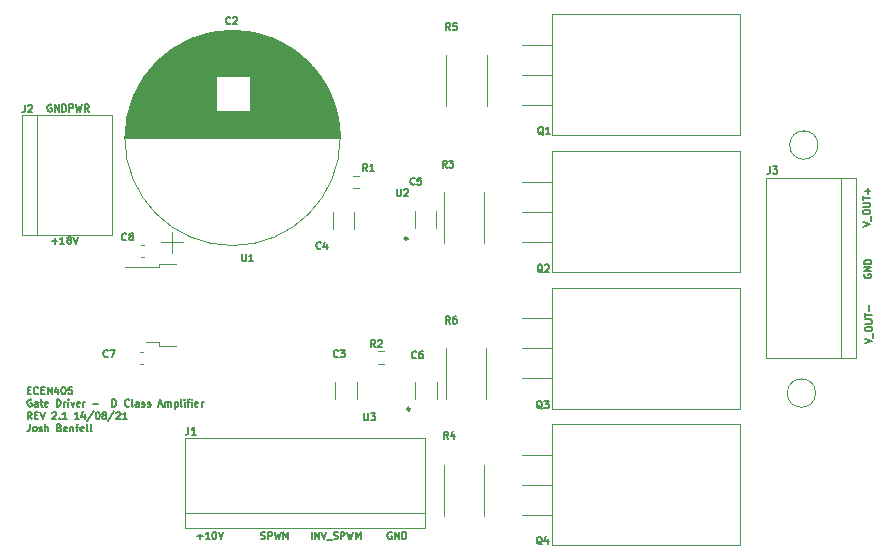
<source format=gto>
G04 #@! TF.GenerationSoftware,KiCad,Pcbnew,5.1.10*
G04 #@! TF.CreationDate,2021-08-16T10:51:44+12:00*
G04 #@! TF.ProjectId,GateStage,47617465-5374-4616-9765-2e6b69636164,rev?*
G04 #@! TF.SameCoordinates,Original*
G04 #@! TF.FileFunction,Legend,Top*
G04 #@! TF.FilePolarity,Positive*
%FSLAX46Y46*%
G04 Gerber Fmt 4.6, Leading zero omitted, Abs format (unit mm)*
G04 Created by KiCad (PCBNEW 5.1.10) date 2021-08-16 10:51:44*
%MOMM*%
%LPD*%
G01*
G04 APERTURE LIST*
%ADD10C,0.150000*%
%ADD11C,0.120000*%
%ADD12C,0.250000*%
%ADD13R,1.650000X2.600000*%
%ADD14R,0.850000X0.300000*%
%ADD15C,2.000000*%
%ADD16C,3.000000*%
%ADD17R,3.000000X3.000000*%
%ADD18C,5.500000*%
%ADD19C,2.400000*%
%ADD20R,2.400000X2.400000*%
%ADD21R,6.400000X5.800000*%
%ADD22R,2.200000X1.200000*%
%ADD23O,2.000000X1.905000*%
%ADD24R,2.000000X1.905000*%
%ADD25O,3.500000X3.500000*%
G04 APERTURE END LIST*
D10*
X115490357Y-61382142D02*
X115690357Y-61382142D01*
X115776071Y-61696428D02*
X115490357Y-61696428D01*
X115490357Y-61096428D01*
X115776071Y-61096428D01*
X116376071Y-61639285D02*
X116347500Y-61667857D01*
X116261785Y-61696428D01*
X116204642Y-61696428D01*
X116118928Y-61667857D01*
X116061785Y-61610714D01*
X116033214Y-61553571D01*
X116004642Y-61439285D01*
X116004642Y-61353571D01*
X116033214Y-61239285D01*
X116061785Y-61182142D01*
X116118928Y-61125000D01*
X116204642Y-61096428D01*
X116261785Y-61096428D01*
X116347500Y-61125000D01*
X116376071Y-61153571D01*
X116633214Y-61382142D02*
X116833214Y-61382142D01*
X116918928Y-61696428D02*
X116633214Y-61696428D01*
X116633214Y-61096428D01*
X116918928Y-61096428D01*
X117176071Y-61696428D02*
X117176071Y-61096428D01*
X117518928Y-61696428D01*
X117518928Y-61096428D01*
X118061785Y-61296428D02*
X118061785Y-61696428D01*
X117918928Y-61067857D02*
X117776071Y-61496428D01*
X118147500Y-61496428D01*
X118490357Y-61096428D02*
X118547500Y-61096428D01*
X118604642Y-61125000D01*
X118633214Y-61153571D01*
X118661785Y-61210714D01*
X118690357Y-61325000D01*
X118690357Y-61467857D01*
X118661785Y-61582142D01*
X118633214Y-61639285D01*
X118604642Y-61667857D01*
X118547500Y-61696428D01*
X118490357Y-61696428D01*
X118433214Y-61667857D01*
X118404642Y-61639285D01*
X118376071Y-61582142D01*
X118347500Y-61467857D01*
X118347500Y-61325000D01*
X118376071Y-61210714D01*
X118404642Y-61153571D01*
X118433214Y-61125000D01*
X118490357Y-61096428D01*
X119233214Y-61096428D02*
X118947500Y-61096428D01*
X118918928Y-61382142D01*
X118947500Y-61353571D01*
X119004642Y-61325000D01*
X119147500Y-61325000D01*
X119204642Y-61353571D01*
X119233214Y-61382142D01*
X119261785Y-61439285D01*
X119261785Y-61582142D01*
X119233214Y-61639285D01*
X119204642Y-61667857D01*
X119147500Y-61696428D01*
X119004642Y-61696428D01*
X118947500Y-61667857D01*
X118918928Y-61639285D01*
X115804642Y-62175000D02*
X115747500Y-62146428D01*
X115661785Y-62146428D01*
X115576071Y-62175000D01*
X115518928Y-62232142D01*
X115490357Y-62289285D01*
X115461785Y-62403571D01*
X115461785Y-62489285D01*
X115490357Y-62603571D01*
X115518928Y-62660714D01*
X115576071Y-62717857D01*
X115661785Y-62746428D01*
X115718928Y-62746428D01*
X115804642Y-62717857D01*
X115833214Y-62689285D01*
X115833214Y-62489285D01*
X115718928Y-62489285D01*
X116347500Y-62746428D02*
X116347500Y-62432142D01*
X116318928Y-62375000D01*
X116261785Y-62346428D01*
X116147500Y-62346428D01*
X116090357Y-62375000D01*
X116347500Y-62717857D02*
X116290357Y-62746428D01*
X116147500Y-62746428D01*
X116090357Y-62717857D01*
X116061785Y-62660714D01*
X116061785Y-62603571D01*
X116090357Y-62546428D01*
X116147500Y-62517857D01*
X116290357Y-62517857D01*
X116347500Y-62489285D01*
X116547500Y-62346428D02*
X116776071Y-62346428D01*
X116633214Y-62146428D02*
X116633214Y-62660714D01*
X116661785Y-62717857D01*
X116718928Y-62746428D01*
X116776071Y-62746428D01*
X117204642Y-62717857D02*
X117147500Y-62746428D01*
X117033214Y-62746428D01*
X116976071Y-62717857D01*
X116947500Y-62660714D01*
X116947500Y-62432142D01*
X116976071Y-62375000D01*
X117033214Y-62346428D01*
X117147500Y-62346428D01*
X117204642Y-62375000D01*
X117233214Y-62432142D01*
X117233214Y-62489285D01*
X116947500Y-62546428D01*
X117947500Y-62746428D02*
X117947500Y-62146428D01*
X118090357Y-62146428D01*
X118176071Y-62175000D01*
X118233214Y-62232142D01*
X118261785Y-62289285D01*
X118290357Y-62403571D01*
X118290357Y-62489285D01*
X118261785Y-62603571D01*
X118233214Y-62660714D01*
X118176071Y-62717857D01*
X118090357Y-62746428D01*
X117947500Y-62746428D01*
X118547500Y-62746428D02*
X118547500Y-62346428D01*
X118547500Y-62460714D02*
X118576071Y-62403571D01*
X118604642Y-62375000D01*
X118661785Y-62346428D01*
X118718928Y-62346428D01*
X118918928Y-62746428D02*
X118918928Y-62346428D01*
X118918928Y-62146428D02*
X118890357Y-62175000D01*
X118918928Y-62203571D01*
X118947500Y-62175000D01*
X118918928Y-62146428D01*
X118918928Y-62203571D01*
X119147500Y-62346428D02*
X119290357Y-62746428D01*
X119433214Y-62346428D01*
X119890357Y-62717857D02*
X119833214Y-62746428D01*
X119718928Y-62746428D01*
X119661785Y-62717857D01*
X119633214Y-62660714D01*
X119633214Y-62432142D01*
X119661785Y-62375000D01*
X119718928Y-62346428D01*
X119833214Y-62346428D01*
X119890357Y-62375000D01*
X119918928Y-62432142D01*
X119918928Y-62489285D01*
X119633214Y-62546428D01*
X120176071Y-62746428D02*
X120176071Y-62346428D01*
X120176071Y-62460714D02*
X120204642Y-62403571D01*
X120233214Y-62375000D01*
X120290357Y-62346428D01*
X120347500Y-62346428D01*
X121004642Y-62517857D02*
X121461785Y-62517857D01*
X122661785Y-62746428D02*
X122661785Y-62146428D01*
X122804642Y-62146428D01*
X122890357Y-62175000D01*
X122947500Y-62232142D01*
X122976071Y-62289285D01*
X123004642Y-62403571D01*
X123004642Y-62489285D01*
X122976071Y-62603571D01*
X122947500Y-62660714D01*
X122890357Y-62717857D01*
X122804642Y-62746428D01*
X122661785Y-62746428D01*
X124061785Y-62689285D02*
X124033214Y-62717857D01*
X123947500Y-62746428D01*
X123890357Y-62746428D01*
X123804642Y-62717857D01*
X123747500Y-62660714D01*
X123718928Y-62603571D01*
X123690357Y-62489285D01*
X123690357Y-62403571D01*
X123718928Y-62289285D01*
X123747500Y-62232142D01*
X123804642Y-62175000D01*
X123890357Y-62146428D01*
X123947500Y-62146428D01*
X124033214Y-62175000D01*
X124061785Y-62203571D01*
X124404642Y-62746428D02*
X124347500Y-62717857D01*
X124318928Y-62660714D01*
X124318928Y-62146428D01*
X124890357Y-62746428D02*
X124890357Y-62432142D01*
X124861785Y-62375000D01*
X124804642Y-62346428D01*
X124690357Y-62346428D01*
X124633214Y-62375000D01*
X124890357Y-62717857D02*
X124833214Y-62746428D01*
X124690357Y-62746428D01*
X124633214Y-62717857D01*
X124604642Y-62660714D01*
X124604642Y-62603571D01*
X124633214Y-62546428D01*
X124690357Y-62517857D01*
X124833214Y-62517857D01*
X124890357Y-62489285D01*
X125147500Y-62717857D02*
X125204642Y-62746428D01*
X125318928Y-62746428D01*
X125376071Y-62717857D01*
X125404642Y-62660714D01*
X125404642Y-62632142D01*
X125376071Y-62575000D01*
X125318928Y-62546428D01*
X125233214Y-62546428D01*
X125176071Y-62517857D01*
X125147500Y-62460714D01*
X125147500Y-62432142D01*
X125176071Y-62375000D01*
X125233214Y-62346428D01*
X125318928Y-62346428D01*
X125376071Y-62375000D01*
X125633214Y-62717857D02*
X125690357Y-62746428D01*
X125804642Y-62746428D01*
X125861785Y-62717857D01*
X125890357Y-62660714D01*
X125890357Y-62632142D01*
X125861785Y-62575000D01*
X125804642Y-62546428D01*
X125718928Y-62546428D01*
X125661785Y-62517857D01*
X125633214Y-62460714D01*
X125633214Y-62432142D01*
X125661785Y-62375000D01*
X125718928Y-62346428D01*
X125804642Y-62346428D01*
X125861785Y-62375000D01*
X126576071Y-62575000D02*
X126861785Y-62575000D01*
X126518928Y-62746428D02*
X126718928Y-62146428D01*
X126918928Y-62746428D01*
X127118928Y-62746428D02*
X127118928Y-62346428D01*
X127118928Y-62403571D02*
X127147500Y-62375000D01*
X127204642Y-62346428D01*
X127290357Y-62346428D01*
X127347500Y-62375000D01*
X127376071Y-62432142D01*
X127376071Y-62746428D01*
X127376071Y-62432142D02*
X127404642Y-62375000D01*
X127461785Y-62346428D01*
X127547500Y-62346428D01*
X127604642Y-62375000D01*
X127633214Y-62432142D01*
X127633214Y-62746428D01*
X127918928Y-62346428D02*
X127918928Y-62946428D01*
X127918928Y-62375000D02*
X127976071Y-62346428D01*
X128090357Y-62346428D01*
X128147500Y-62375000D01*
X128176071Y-62403571D01*
X128204642Y-62460714D01*
X128204642Y-62632142D01*
X128176071Y-62689285D01*
X128147500Y-62717857D01*
X128090357Y-62746428D01*
X127976071Y-62746428D01*
X127918928Y-62717857D01*
X128547500Y-62746428D02*
X128490357Y-62717857D01*
X128461785Y-62660714D01*
X128461785Y-62146428D01*
X128776071Y-62746428D02*
X128776071Y-62346428D01*
X128776071Y-62146428D02*
X128747500Y-62175000D01*
X128776071Y-62203571D01*
X128804642Y-62175000D01*
X128776071Y-62146428D01*
X128776071Y-62203571D01*
X128976071Y-62346428D02*
X129204642Y-62346428D01*
X129061785Y-62746428D02*
X129061785Y-62232142D01*
X129090357Y-62175000D01*
X129147500Y-62146428D01*
X129204642Y-62146428D01*
X129404642Y-62746428D02*
X129404642Y-62346428D01*
X129404642Y-62146428D02*
X129376071Y-62175000D01*
X129404642Y-62203571D01*
X129433214Y-62175000D01*
X129404642Y-62146428D01*
X129404642Y-62203571D01*
X129918928Y-62717857D02*
X129861785Y-62746428D01*
X129747500Y-62746428D01*
X129690357Y-62717857D01*
X129661785Y-62660714D01*
X129661785Y-62432142D01*
X129690357Y-62375000D01*
X129747500Y-62346428D01*
X129861785Y-62346428D01*
X129918928Y-62375000D01*
X129947500Y-62432142D01*
X129947500Y-62489285D01*
X129661785Y-62546428D01*
X130204642Y-62746428D02*
X130204642Y-62346428D01*
X130204642Y-62460714D02*
X130233214Y-62403571D01*
X130261785Y-62375000D01*
X130318928Y-62346428D01*
X130376071Y-62346428D01*
X115833214Y-63796428D02*
X115633214Y-63510714D01*
X115490357Y-63796428D02*
X115490357Y-63196428D01*
X115718928Y-63196428D01*
X115776071Y-63225000D01*
X115804642Y-63253571D01*
X115833214Y-63310714D01*
X115833214Y-63396428D01*
X115804642Y-63453571D01*
X115776071Y-63482142D01*
X115718928Y-63510714D01*
X115490357Y-63510714D01*
X116090357Y-63482142D02*
X116290357Y-63482142D01*
X116376071Y-63796428D02*
X116090357Y-63796428D01*
X116090357Y-63196428D01*
X116376071Y-63196428D01*
X116547500Y-63196428D02*
X116747500Y-63796428D01*
X116947500Y-63196428D01*
X117576071Y-63253571D02*
X117604642Y-63225000D01*
X117661785Y-63196428D01*
X117804642Y-63196428D01*
X117861785Y-63225000D01*
X117890357Y-63253571D01*
X117918928Y-63310714D01*
X117918928Y-63367857D01*
X117890357Y-63453571D01*
X117547500Y-63796428D01*
X117918928Y-63796428D01*
X118176071Y-63739285D02*
X118204642Y-63767857D01*
X118176071Y-63796428D01*
X118147500Y-63767857D01*
X118176071Y-63739285D01*
X118176071Y-63796428D01*
X118776071Y-63796428D02*
X118433214Y-63796428D01*
X118604642Y-63796428D02*
X118604642Y-63196428D01*
X118547500Y-63282142D01*
X118490357Y-63339285D01*
X118433214Y-63367857D01*
X119804642Y-63796428D02*
X119461785Y-63796428D01*
X119633214Y-63796428D02*
X119633214Y-63196428D01*
X119576071Y-63282142D01*
X119518928Y-63339285D01*
X119461785Y-63367857D01*
X120318928Y-63396428D02*
X120318928Y-63796428D01*
X120176071Y-63167857D02*
X120033214Y-63596428D01*
X120404642Y-63596428D01*
X121061785Y-63167857D02*
X120547500Y-63939285D01*
X121376071Y-63196428D02*
X121433214Y-63196428D01*
X121490357Y-63225000D01*
X121518928Y-63253571D01*
X121547500Y-63310714D01*
X121576071Y-63425000D01*
X121576071Y-63567857D01*
X121547500Y-63682142D01*
X121518928Y-63739285D01*
X121490357Y-63767857D01*
X121433214Y-63796428D01*
X121376071Y-63796428D01*
X121318928Y-63767857D01*
X121290357Y-63739285D01*
X121261785Y-63682142D01*
X121233214Y-63567857D01*
X121233214Y-63425000D01*
X121261785Y-63310714D01*
X121290357Y-63253571D01*
X121318928Y-63225000D01*
X121376071Y-63196428D01*
X121918928Y-63453571D02*
X121861785Y-63425000D01*
X121833214Y-63396428D01*
X121804642Y-63339285D01*
X121804642Y-63310714D01*
X121833214Y-63253571D01*
X121861785Y-63225000D01*
X121918928Y-63196428D01*
X122033214Y-63196428D01*
X122090357Y-63225000D01*
X122118928Y-63253571D01*
X122147500Y-63310714D01*
X122147500Y-63339285D01*
X122118928Y-63396428D01*
X122090357Y-63425000D01*
X122033214Y-63453571D01*
X121918928Y-63453571D01*
X121861785Y-63482142D01*
X121833214Y-63510714D01*
X121804642Y-63567857D01*
X121804642Y-63682142D01*
X121833214Y-63739285D01*
X121861785Y-63767857D01*
X121918928Y-63796428D01*
X122033214Y-63796428D01*
X122090357Y-63767857D01*
X122118928Y-63739285D01*
X122147500Y-63682142D01*
X122147500Y-63567857D01*
X122118928Y-63510714D01*
X122090357Y-63482142D01*
X122033214Y-63453571D01*
X122833214Y-63167857D02*
X122318928Y-63939285D01*
X123004642Y-63253571D02*
X123033214Y-63225000D01*
X123090357Y-63196428D01*
X123233214Y-63196428D01*
X123290357Y-63225000D01*
X123318928Y-63253571D01*
X123347500Y-63310714D01*
X123347500Y-63367857D01*
X123318928Y-63453571D01*
X122976071Y-63796428D01*
X123347500Y-63796428D01*
X123918928Y-63796428D02*
X123576071Y-63796428D01*
X123747500Y-63796428D02*
X123747500Y-63196428D01*
X123690357Y-63282142D01*
X123633214Y-63339285D01*
X123576071Y-63367857D01*
X115661785Y-64246428D02*
X115661785Y-64675000D01*
X115633214Y-64760714D01*
X115576071Y-64817857D01*
X115490357Y-64846428D01*
X115433214Y-64846428D01*
X116033214Y-64846428D02*
X115976071Y-64817857D01*
X115947500Y-64789285D01*
X115918928Y-64732142D01*
X115918928Y-64560714D01*
X115947500Y-64503571D01*
X115976071Y-64475000D01*
X116033214Y-64446428D01*
X116118928Y-64446428D01*
X116176071Y-64475000D01*
X116204642Y-64503571D01*
X116233214Y-64560714D01*
X116233214Y-64732142D01*
X116204642Y-64789285D01*
X116176071Y-64817857D01*
X116118928Y-64846428D01*
X116033214Y-64846428D01*
X116461785Y-64817857D02*
X116518928Y-64846428D01*
X116633214Y-64846428D01*
X116690357Y-64817857D01*
X116718928Y-64760714D01*
X116718928Y-64732142D01*
X116690357Y-64675000D01*
X116633214Y-64646428D01*
X116547500Y-64646428D01*
X116490357Y-64617857D01*
X116461785Y-64560714D01*
X116461785Y-64532142D01*
X116490357Y-64475000D01*
X116547500Y-64446428D01*
X116633214Y-64446428D01*
X116690357Y-64475000D01*
X116976071Y-64846428D02*
X116976071Y-64246428D01*
X117233214Y-64846428D02*
X117233214Y-64532142D01*
X117204642Y-64475000D01*
X117147500Y-64446428D01*
X117061785Y-64446428D01*
X117004642Y-64475000D01*
X116976071Y-64503571D01*
X118176071Y-64532142D02*
X118261785Y-64560714D01*
X118290357Y-64589285D01*
X118318928Y-64646428D01*
X118318928Y-64732142D01*
X118290357Y-64789285D01*
X118261785Y-64817857D01*
X118204642Y-64846428D01*
X117976071Y-64846428D01*
X117976071Y-64246428D01*
X118176071Y-64246428D01*
X118233214Y-64275000D01*
X118261785Y-64303571D01*
X118290357Y-64360714D01*
X118290357Y-64417857D01*
X118261785Y-64475000D01*
X118233214Y-64503571D01*
X118176071Y-64532142D01*
X117976071Y-64532142D01*
X118804642Y-64817857D02*
X118747500Y-64846428D01*
X118633214Y-64846428D01*
X118576071Y-64817857D01*
X118547500Y-64760714D01*
X118547500Y-64532142D01*
X118576071Y-64475000D01*
X118633214Y-64446428D01*
X118747500Y-64446428D01*
X118804642Y-64475000D01*
X118833214Y-64532142D01*
X118833214Y-64589285D01*
X118547500Y-64646428D01*
X119090357Y-64446428D02*
X119090357Y-64846428D01*
X119090357Y-64503571D02*
X119118928Y-64475000D01*
X119176071Y-64446428D01*
X119261785Y-64446428D01*
X119318928Y-64475000D01*
X119347500Y-64532142D01*
X119347500Y-64846428D01*
X119547500Y-64446428D02*
X119776071Y-64446428D01*
X119633214Y-64846428D02*
X119633214Y-64332142D01*
X119661785Y-64275000D01*
X119718928Y-64246428D01*
X119776071Y-64246428D01*
X120204642Y-64817857D02*
X120147500Y-64846428D01*
X120033214Y-64846428D01*
X119976071Y-64817857D01*
X119947500Y-64760714D01*
X119947500Y-64532142D01*
X119976071Y-64475000D01*
X120033214Y-64446428D01*
X120147500Y-64446428D01*
X120204642Y-64475000D01*
X120233214Y-64532142D01*
X120233214Y-64589285D01*
X119947500Y-64646428D01*
X120576071Y-64846428D02*
X120518928Y-64817857D01*
X120490357Y-64760714D01*
X120490357Y-64246428D01*
X120890357Y-64846428D02*
X120833214Y-64817857D01*
X120804642Y-64760714D01*
X120804642Y-64246428D01*
X117542857Y-48742857D02*
X118000000Y-48742857D01*
X117771428Y-48971428D02*
X117771428Y-48514285D01*
X118600000Y-48971428D02*
X118257142Y-48971428D01*
X118428571Y-48971428D02*
X118428571Y-48371428D01*
X118371428Y-48457142D01*
X118314285Y-48514285D01*
X118257142Y-48542857D01*
X118942857Y-48628571D02*
X118885714Y-48600000D01*
X118857142Y-48571428D01*
X118828571Y-48514285D01*
X118828571Y-48485714D01*
X118857142Y-48428571D01*
X118885714Y-48400000D01*
X118942857Y-48371428D01*
X119057142Y-48371428D01*
X119114285Y-48400000D01*
X119142857Y-48428571D01*
X119171428Y-48485714D01*
X119171428Y-48514285D01*
X119142857Y-48571428D01*
X119114285Y-48600000D01*
X119057142Y-48628571D01*
X118942857Y-48628571D01*
X118885714Y-48657142D01*
X118857142Y-48685714D01*
X118828571Y-48742857D01*
X118828571Y-48857142D01*
X118857142Y-48914285D01*
X118885714Y-48942857D01*
X118942857Y-48971428D01*
X119057142Y-48971428D01*
X119114285Y-48942857D01*
X119142857Y-48914285D01*
X119171428Y-48857142D01*
X119171428Y-48742857D01*
X119142857Y-48685714D01*
X119114285Y-48657142D01*
X119057142Y-48628571D01*
X119342857Y-48371428D02*
X119542857Y-48971428D01*
X119742857Y-48371428D01*
X117500000Y-37200000D02*
X117442857Y-37171428D01*
X117357142Y-37171428D01*
X117271428Y-37200000D01*
X117214285Y-37257142D01*
X117185714Y-37314285D01*
X117157142Y-37428571D01*
X117157142Y-37514285D01*
X117185714Y-37628571D01*
X117214285Y-37685714D01*
X117271428Y-37742857D01*
X117357142Y-37771428D01*
X117414285Y-37771428D01*
X117500000Y-37742857D01*
X117528571Y-37714285D01*
X117528571Y-37514285D01*
X117414285Y-37514285D01*
X117785714Y-37771428D02*
X117785714Y-37171428D01*
X118128571Y-37771428D01*
X118128571Y-37171428D01*
X118414285Y-37771428D02*
X118414285Y-37171428D01*
X118557142Y-37171428D01*
X118642857Y-37200000D01*
X118700000Y-37257142D01*
X118728571Y-37314285D01*
X118757142Y-37428571D01*
X118757142Y-37514285D01*
X118728571Y-37628571D01*
X118700000Y-37685714D01*
X118642857Y-37742857D01*
X118557142Y-37771428D01*
X118414285Y-37771428D01*
X119014285Y-37771428D02*
X119014285Y-37171428D01*
X119242857Y-37171428D01*
X119300000Y-37200000D01*
X119328571Y-37228571D01*
X119357142Y-37285714D01*
X119357142Y-37371428D01*
X119328571Y-37428571D01*
X119300000Y-37457142D01*
X119242857Y-37485714D01*
X119014285Y-37485714D01*
X119557142Y-37171428D02*
X119700000Y-37771428D01*
X119814285Y-37342857D01*
X119928571Y-37771428D01*
X120071428Y-37171428D01*
X120642857Y-37771428D02*
X120442857Y-37485714D01*
X120300000Y-37771428D02*
X120300000Y-37171428D01*
X120528571Y-37171428D01*
X120585714Y-37200000D01*
X120614285Y-37228571D01*
X120642857Y-37285714D01*
X120642857Y-37371428D01*
X120614285Y-37428571D01*
X120585714Y-37457142D01*
X120528571Y-37485714D01*
X120300000Y-37485714D01*
X186221428Y-47507142D02*
X186821428Y-47307142D01*
X186221428Y-47107142D01*
X186878571Y-47050000D02*
X186878571Y-46592857D01*
X186221428Y-46335714D02*
X186221428Y-46221428D01*
X186250000Y-46164285D01*
X186307142Y-46107142D01*
X186421428Y-46078571D01*
X186621428Y-46078571D01*
X186735714Y-46107142D01*
X186792857Y-46164285D01*
X186821428Y-46221428D01*
X186821428Y-46335714D01*
X186792857Y-46392857D01*
X186735714Y-46450000D01*
X186621428Y-46478571D01*
X186421428Y-46478571D01*
X186307142Y-46450000D01*
X186250000Y-46392857D01*
X186221428Y-46335714D01*
X186221428Y-45821428D02*
X186707142Y-45821428D01*
X186764285Y-45792857D01*
X186792857Y-45764285D01*
X186821428Y-45707142D01*
X186821428Y-45592857D01*
X186792857Y-45535714D01*
X186764285Y-45507142D01*
X186707142Y-45478571D01*
X186221428Y-45478571D01*
X186221428Y-45278571D02*
X186221428Y-44935714D01*
X186821428Y-45107142D02*
X186221428Y-45107142D01*
X186592857Y-44735714D02*
X186592857Y-44278571D01*
X186821428Y-44507142D02*
X186364285Y-44507142D01*
X186371428Y-57407142D02*
X186971428Y-57207142D01*
X186371428Y-57007142D01*
X187028571Y-56950000D02*
X187028571Y-56492857D01*
X186371428Y-56235714D02*
X186371428Y-56121428D01*
X186400000Y-56064285D01*
X186457142Y-56007142D01*
X186571428Y-55978571D01*
X186771428Y-55978571D01*
X186885714Y-56007142D01*
X186942857Y-56064285D01*
X186971428Y-56121428D01*
X186971428Y-56235714D01*
X186942857Y-56292857D01*
X186885714Y-56350000D01*
X186771428Y-56378571D01*
X186571428Y-56378571D01*
X186457142Y-56350000D01*
X186400000Y-56292857D01*
X186371428Y-56235714D01*
X186371428Y-55721428D02*
X186857142Y-55721428D01*
X186914285Y-55692857D01*
X186942857Y-55664285D01*
X186971428Y-55607142D01*
X186971428Y-55492857D01*
X186942857Y-55435714D01*
X186914285Y-55407142D01*
X186857142Y-55378571D01*
X186371428Y-55378571D01*
X186371428Y-55178571D02*
X186371428Y-54835714D01*
X186971428Y-55007142D02*
X186371428Y-55007142D01*
X186742857Y-54635714D02*
X186742857Y-54178571D01*
X186350000Y-51557142D02*
X186321428Y-51614285D01*
X186321428Y-51700000D01*
X186350000Y-51785714D01*
X186407142Y-51842857D01*
X186464285Y-51871428D01*
X186578571Y-51900000D01*
X186664285Y-51900000D01*
X186778571Y-51871428D01*
X186835714Y-51842857D01*
X186892857Y-51785714D01*
X186921428Y-51700000D01*
X186921428Y-51642857D01*
X186892857Y-51557142D01*
X186864285Y-51528571D01*
X186664285Y-51528571D01*
X186664285Y-51642857D01*
X186921428Y-51271428D02*
X186321428Y-51271428D01*
X186921428Y-50928571D01*
X186321428Y-50928571D01*
X186921428Y-50642857D02*
X186321428Y-50642857D01*
X186321428Y-50500000D01*
X186350000Y-50414285D01*
X186407142Y-50357142D01*
X186464285Y-50328571D01*
X186578571Y-50300000D01*
X186664285Y-50300000D01*
X186778571Y-50328571D01*
X186835714Y-50357142D01*
X186892857Y-50414285D01*
X186921428Y-50500000D01*
X186921428Y-50642857D01*
X146292857Y-73400000D02*
X146235714Y-73371428D01*
X146150000Y-73371428D01*
X146064285Y-73400000D01*
X146007142Y-73457142D01*
X145978571Y-73514285D01*
X145950000Y-73628571D01*
X145950000Y-73714285D01*
X145978571Y-73828571D01*
X146007142Y-73885714D01*
X146064285Y-73942857D01*
X146150000Y-73971428D01*
X146207142Y-73971428D01*
X146292857Y-73942857D01*
X146321428Y-73914285D01*
X146321428Y-73714285D01*
X146207142Y-73714285D01*
X146578571Y-73971428D02*
X146578571Y-73371428D01*
X146921428Y-73971428D01*
X146921428Y-73371428D01*
X147207142Y-73971428D02*
X147207142Y-73371428D01*
X147350000Y-73371428D01*
X147435714Y-73400000D01*
X147492857Y-73457142D01*
X147521428Y-73514285D01*
X147550000Y-73628571D01*
X147550000Y-73714285D01*
X147521428Y-73828571D01*
X147492857Y-73885714D01*
X147435714Y-73942857D01*
X147350000Y-73971428D01*
X147207142Y-73971428D01*
X139528571Y-73971428D02*
X139528571Y-73371428D01*
X139814285Y-73971428D02*
X139814285Y-73371428D01*
X140157142Y-73971428D01*
X140157142Y-73371428D01*
X140357142Y-73371428D02*
X140557142Y-73971428D01*
X140757142Y-73371428D01*
X140814285Y-74028571D02*
X141271428Y-74028571D01*
X141385714Y-73942857D02*
X141471428Y-73971428D01*
X141614285Y-73971428D01*
X141671428Y-73942857D01*
X141700000Y-73914285D01*
X141728571Y-73857142D01*
X141728571Y-73800000D01*
X141700000Y-73742857D01*
X141671428Y-73714285D01*
X141614285Y-73685714D01*
X141500000Y-73657142D01*
X141442857Y-73628571D01*
X141414285Y-73600000D01*
X141385714Y-73542857D01*
X141385714Y-73485714D01*
X141414285Y-73428571D01*
X141442857Y-73400000D01*
X141500000Y-73371428D01*
X141642857Y-73371428D01*
X141728571Y-73400000D01*
X141985714Y-73971428D02*
X141985714Y-73371428D01*
X142214285Y-73371428D01*
X142271428Y-73400000D01*
X142300000Y-73428571D01*
X142328571Y-73485714D01*
X142328571Y-73571428D01*
X142300000Y-73628571D01*
X142271428Y-73657142D01*
X142214285Y-73685714D01*
X141985714Y-73685714D01*
X142528571Y-73371428D02*
X142671428Y-73971428D01*
X142785714Y-73542857D01*
X142900000Y-73971428D01*
X143042857Y-73371428D01*
X143271428Y-73971428D02*
X143271428Y-73371428D01*
X143471428Y-73800000D01*
X143671428Y-73371428D01*
X143671428Y-73971428D01*
X135242857Y-73942857D02*
X135328571Y-73971428D01*
X135471428Y-73971428D01*
X135528571Y-73942857D01*
X135557142Y-73914285D01*
X135585714Y-73857142D01*
X135585714Y-73800000D01*
X135557142Y-73742857D01*
X135528571Y-73714285D01*
X135471428Y-73685714D01*
X135357142Y-73657142D01*
X135300000Y-73628571D01*
X135271428Y-73600000D01*
X135242857Y-73542857D01*
X135242857Y-73485714D01*
X135271428Y-73428571D01*
X135300000Y-73400000D01*
X135357142Y-73371428D01*
X135500000Y-73371428D01*
X135585714Y-73400000D01*
X135842857Y-73971428D02*
X135842857Y-73371428D01*
X136071428Y-73371428D01*
X136128571Y-73400000D01*
X136157142Y-73428571D01*
X136185714Y-73485714D01*
X136185714Y-73571428D01*
X136157142Y-73628571D01*
X136128571Y-73657142D01*
X136071428Y-73685714D01*
X135842857Y-73685714D01*
X136385714Y-73371428D02*
X136528571Y-73971428D01*
X136642857Y-73542857D01*
X136757142Y-73971428D01*
X136900000Y-73371428D01*
X137128571Y-73971428D02*
X137128571Y-73371428D01*
X137328571Y-73800000D01*
X137528571Y-73371428D01*
X137528571Y-73971428D01*
X129842857Y-73742857D02*
X130300000Y-73742857D01*
X130071428Y-73971428D02*
X130071428Y-73514285D01*
X130900000Y-73971428D02*
X130557142Y-73971428D01*
X130728571Y-73971428D02*
X130728571Y-73371428D01*
X130671428Y-73457142D01*
X130614285Y-73514285D01*
X130557142Y-73542857D01*
X131271428Y-73371428D02*
X131328571Y-73371428D01*
X131385714Y-73400000D01*
X131414285Y-73428571D01*
X131442857Y-73485714D01*
X131471428Y-73600000D01*
X131471428Y-73742857D01*
X131442857Y-73857142D01*
X131414285Y-73914285D01*
X131385714Y-73942857D01*
X131328571Y-73971428D01*
X131271428Y-73971428D01*
X131214285Y-73942857D01*
X131185714Y-73914285D01*
X131157142Y-73857142D01*
X131128571Y-73742857D01*
X131128571Y-73600000D01*
X131157142Y-73485714D01*
X131185714Y-73428571D01*
X131214285Y-73400000D01*
X131271428Y-73371428D01*
X131642857Y-73371428D02*
X131842857Y-73971428D01*
X132042857Y-73371428D01*
D11*
X150063000Y-46173748D02*
X150063000Y-47596252D01*
X148243000Y-46173748D02*
X148243000Y-47596252D01*
D12*
X147878000Y-62960000D02*
G75*
G03*
X147878000Y-62960000I-125000J0D01*
G01*
X147653000Y-48535000D02*
G75*
G03*
X147653000Y-48535000I-125000J0D01*
G01*
D11*
X182200000Y-61610000D02*
G75*
G03*
X182200000Y-61610000I-1200000J0D01*
G01*
X182400000Y-40610000D02*
G75*
G03*
X182400000Y-40610000I-1200000J0D01*
G01*
X154310000Y-57772936D02*
X154310000Y-62127064D01*
X150890000Y-57772936D02*
X150890000Y-62127064D01*
X154338000Y-32982936D02*
X154338000Y-37337064D01*
X150918000Y-32982936D02*
X150918000Y-37337064D01*
X154138000Y-67682936D02*
X154138000Y-72037064D01*
X150718000Y-67682936D02*
X150718000Y-72037064D01*
X154138000Y-44582936D02*
X154138000Y-48937064D01*
X150718000Y-44582936D02*
X150718000Y-48937064D01*
X145173276Y-58087500D02*
X145682724Y-58087500D01*
X145173276Y-59132500D02*
X145682724Y-59132500D01*
X143517224Y-44272500D02*
X143007776Y-44272500D01*
X143517224Y-43227500D02*
X143007776Y-43227500D01*
X185638000Y-58650000D02*
X178018000Y-58650000D01*
X185638000Y-43410000D02*
X178018000Y-43410000D01*
X184368000Y-58650000D02*
X184368000Y-43410000D01*
X178018000Y-58650000D02*
X178018000Y-43410000D01*
X185638000Y-58650000D02*
X185638000Y-43410000D01*
X116288000Y-48230000D02*
X116288000Y-38070000D01*
X115018000Y-48230000D02*
X122638000Y-48230000D01*
X122638000Y-48230000D02*
X122638000Y-38070000D01*
X122638000Y-38070000D02*
X115018000Y-38070000D01*
X115018000Y-38070000D02*
X115018000Y-48230000D01*
X128780000Y-65390000D02*
X128780000Y-73010000D01*
X149100000Y-73010000D02*
X149100000Y-65390000D01*
X149100000Y-71740000D02*
X128780000Y-71740000D01*
X128780000Y-65390000D02*
X149100000Y-65390000D01*
X128780000Y-73010000D02*
X149100000Y-73010000D01*
X150138000Y-60698748D02*
X150138000Y-62121252D01*
X148318000Y-60698748D02*
X148318000Y-62121252D01*
X141318000Y-47721252D02*
X141318000Y-46298748D01*
X143138000Y-47721252D02*
X143138000Y-46298748D01*
X141518000Y-62121252D02*
X141518000Y-60698748D01*
X143338000Y-62121252D02*
X143338000Y-60698748D01*
X141948000Y-40000000D02*
G75*
G03*
X141948000Y-40000000I-9120000J0D01*
G01*
X123747000Y-40000000D02*
X141909000Y-40000000D01*
X123748000Y-39960000D02*
X141908000Y-39960000D01*
X123748000Y-39920000D02*
X141908000Y-39920000D01*
X123748000Y-39880000D02*
X141908000Y-39880000D01*
X123749000Y-39840000D02*
X141907000Y-39840000D01*
X123750000Y-39800000D02*
X141906000Y-39800000D01*
X123751000Y-39760000D02*
X141905000Y-39760000D01*
X123752000Y-39720000D02*
X141904000Y-39720000D01*
X123753000Y-39680000D02*
X141903000Y-39680000D01*
X123755000Y-39640000D02*
X141901000Y-39640000D01*
X123756000Y-39600000D02*
X141900000Y-39600000D01*
X123758000Y-39560000D02*
X141898000Y-39560000D01*
X123760000Y-39520000D02*
X141896000Y-39520000D01*
X123762000Y-39480000D02*
X141894000Y-39480000D01*
X123765000Y-39440000D02*
X141891000Y-39440000D01*
X123767000Y-39400000D02*
X141889000Y-39400000D01*
X123770000Y-39360000D02*
X141886000Y-39360000D01*
X123773000Y-39320000D02*
X141883000Y-39320000D01*
X123776000Y-39279000D02*
X141880000Y-39279000D01*
X123779000Y-39239000D02*
X141877000Y-39239000D01*
X123783000Y-39199000D02*
X141873000Y-39199000D01*
X123786000Y-39159000D02*
X141870000Y-39159000D01*
X123790000Y-39119000D02*
X141866000Y-39119000D01*
X123794000Y-39079000D02*
X141862000Y-39079000D01*
X123798000Y-39039000D02*
X141858000Y-39039000D01*
X123802000Y-38999000D02*
X141854000Y-38999000D01*
X123807000Y-38959000D02*
X141849000Y-38959000D01*
X123812000Y-38919000D02*
X141844000Y-38919000D01*
X123817000Y-38879000D02*
X141839000Y-38879000D01*
X123822000Y-38839000D02*
X141834000Y-38839000D01*
X123827000Y-38799000D02*
X141829000Y-38799000D01*
X123832000Y-38759000D02*
X141824000Y-38759000D01*
X123838000Y-38719000D02*
X141818000Y-38719000D01*
X123844000Y-38679000D02*
X141812000Y-38679000D01*
X123849000Y-38639000D02*
X141807000Y-38639000D01*
X123856000Y-38599000D02*
X141800000Y-38599000D01*
X123862000Y-38559000D02*
X141794000Y-38559000D01*
X123868000Y-38519000D02*
X141788000Y-38519000D01*
X123875000Y-38479000D02*
X141781000Y-38479000D01*
X123882000Y-38439000D02*
X141774000Y-38439000D01*
X123889000Y-38399000D02*
X141767000Y-38399000D01*
X123896000Y-38359000D02*
X141760000Y-38359000D01*
X123904000Y-38319000D02*
X141752000Y-38319000D01*
X123911000Y-38279000D02*
X141745000Y-38279000D01*
X123919000Y-38239000D02*
X141737000Y-38239000D01*
X123927000Y-38199000D02*
X141729000Y-38199000D01*
X123935000Y-38159000D02*
X141721000Y-38159000D01*
X123943000Y-38119000D02*
X141713000Y-38119000D01*
X123952000Y-38079000D02*
X141704000Y-38079000D01*
X123961000Y-38039000D02*
X141695000Y-38039000D01*
X123970000Y-37999000D02*
X141686000Y-37999000D01*
X123979000Y-37959000D02*
X141677000Y-37959000D01*
X123988000Y-37919000D02*
X141668000Y-37919000D01*
X123997000Y-37879000D02*
X141659000Y-37879000D01*
X124007000Y-37839000D02*
X141649000Y-37839000D01*
X124017000Y-37799000D02*
X141639000Y-37799000D01*
X124027000Y-37759000D02*
X141629000Y-37759000D01*
X124037000Y-37719000D02*
X141619000Y-37719000D01*
X124048000Y-37679000D02*
X131388000Y-37679000D01*
X134268000Y-37679000D02*
X141608000Y-37679000D01*
X124058000Y-37639000D02*
X131388000Y-37639000D01*
X134268000Y-37639000D02*
X141598000Y-37639000D01*
X124069000Y-37599000D02*
X131388000Y-37599000D01*
X134268000Y-37599000D02*
X141587000Y-37599000D01*
X124080000Y-37559000D02*
X131388000Y-37559000D01*
X134268000Y-37559000D02*
X141576000Y-37559000D01*
X124091000Y-37519000D02*
X131388000Y-37519000D01*
X134268000Y-37519000D02*
X141565000Y-37519000D01*
X124103000Y-37479000D02*
X131388000Y-37479000D01*
X134268000Y-37479000D02*
X141553000Y-37479000D01*
X124114000Y-37439000D02*
X131388000Y-37439000D01*
X134268000Y-37439000D02*
X141542000Y-37439000D01*
X124126000Y-37399000D02*
X131388000Y-37399000D01*
X134268000Y-37399000D02*
X141530000Y-37399000D01*
X124138000Y-37359000D02*
X131388000Y-37359000D01*
X134268000Y-37359000D02*
X141518000Y-37359000D01*
X124150000Y-37319000D02*
X131388000Y-37319000D01*
X134268000Y-37319000D02*
X141506000Y-37319000D01*
X124163000Y-37279000D02*
X131388000Y-37279000D01*
X134268000Y-37279000D02*
X141493000Y-37279000D01*
X124175000Y-37239000D02*
X131388000Y-37239000D01*
X134268000Y-37239000D02*
X141481000Y-37239000D01*
X124188000Y-37199000D02*
X131388000Y-37199000D01*
X134268000Y-37199000D02*
X141468000Y-37199000D01*
X124201000Y-37159000D02*
X131388000Y-37159000D01*
X134268000Y-37159000D02*
X141455000Y-37159000D01*
X124214000Y-37119000D02*
X131388000Y-37119000D01*
X134268000Y-37119000D02*
X141442000Y-37119000D01*
X124228000Y-37079000D02*
X131388000Y-37079000D01*
X134268000Y-37079000D02*
X141428000Y-37079000D01*
X124241000Y-37039000D02*
X131388000Y-37039000D01*
X134268000Y-37039000D02*
X141415000Y-37039000D01*
X124255000Y-36999000D02*
X131388000Y-36999000D01*
X134268000Y-36999000D02*
X141401000Y-36999000D01*
X124269000Y-36959000D02*
X131388000Y-36959000D01*
X134268000Y-36959000D02*
X141387000Y-36959000D01*
X124283000Y-36919000D02*
X131388000Y-36919000D01*
X134268000Y-36919000D02*
X141373000Y-36919000D01*
X124298000Y-36879000D02*
X131388000Y-36879000D01*
X134268000Y-36879000D02*
X141358000Y-36879000D01*
X124312000Y-36839000D02*
X131388000Y-36839000D01*
X134268000Y-36839000D02*
X141344000Y-36839000D01*
X124327000Y-36799000D02*
X131388000Y-36799000D01*
X134268000Y-36799000D02*
X141329000Y-36799000D01*
X124342000Y-36759000D02*
X131388000Y-36759000D01*
X134268000Y-36759000D02*
X141314000Y-36759000D01*
X124358000Y-36719000D02*
X131388000Y-36719000D01*
X134268000Y-36719000D02*
X141298000Y-36719000D01*
X124373000Y-36679000D02*
X131388000Y-36679000D01*
X134268000Y-36679000D02*
X141283000Y-36679000D01*
X124389000Y-36639000D02*
X131388000Y-36639000D01*
X134268000Y-36639000D02*
X141267000Y-36639000D01*
X124405000Y-36599000D02*
X131388000Y-36599000D01*
X134268000Y-36599000D02*
X141251000Y-36599000D01*
X124421000Y-36559000D02*
X131388000Y-36559000D01*
X134268000Y-36559000D02*
X141235000Y-36559000D01*
X124438000Y-36519000D02*
X131388000Y-36519000D01*
X134268000Y-36519000D02*
X141218000Y-36519000D01*
X124454000Y-36479000D02*
X131388000Y-36479000D01*
X134268000Y-36479000D02*
X141202000Y-36479000D01*
X124471000Y-36439000D02*
X131388000Y-36439000D01*
X134268000Y-36439000D02*
X141185000Y-36439000D01*
X124488000Y-36399000D02*
X131388000Y-36399000D01*
X134268000Y-36399000D02*
X141168000Y-36399000D01*
X124505000Y-36359000D02*
X131388000Y-36359000D01*
X134268000Y-36359000D02*
X141151000Y-36359000D01*
X124523000Y-36319000D02*
X131388000Y-36319000D01*
X134268000Y-36319000D02*
X141133000Y-36319000D01*
X124541000Y-36279000D02*
X131388000Y-36279000D01*
X134268000Y-36279000D02*
X141115000Y-36279000D01*
X124559000Y-36239000D02*
X131388000Y-36239000D01*
X134268000Y-36239000D02*
X141097000Y-36239000D01*
X124577000Y-36199000D02*
X131388000Y-36199000D01*
X134268000Y-36199000D02*
X141079000Y-36199000D01*
X124595000Y-36159000D02*
X131388000Y-36159000D01*
X134268000Y-36159000D02*
X141061000Y-36159000D01*
X124614000Y-36119000D02*
X131388000Y-36119000D01*
X134268000Y-36119000D02*
X141042000Y-36119000D01*
X124633000Y-36079000D02*
X131388000Y-36079000D01*
X134268000Y-36079000D02*
X141023000Y-36079000D01*
X124652000Y-36039000D02*
X131388000Y-36039000D01*
X134268000Y-36039000D02*
X141004000Y-36039000D01*
X124672000Y-35999000D02*
X131388000Y-35999000D01*
X134268000Y-35999000D02*
X140984000Y-35999000D01*
X124691000Y-35959000D02*
X131388000Y-35959000D01*
X134268000Y-35959000D02*
X140965000Y-35959000D01*
X124711000Y-35919000D02*
X131388000Y-35919000D01*
X134268000Y-35919000D02*
X140945000Y-35919000D01*
X124731000Y-35879000D02*
X131388000Y-35879000D01*
X134268000Y-35879000D02*
X140925000Y-35879000D01*
X124752000Y-35839000D02*
X131388000Y-35839000D01*
X134268000Y-35839000D02*
X140904000Y-35839000D01*
X124772000Y-35799000D02*
X131388000Y-35799000D01*
X134268000Y-35799000D02*
X140884000Y-35799000D01*
X124793000Y-35759000D02*
X131388000Y-35759000D01*
X134268000Y-35759000D02*
X140863000Y-35759000D01*
X124814000Y-35719000D02*
X131388000Y-35719000D01*
X134268000Y-35719000D02*
X140842000Y-35719000D01*
X124836000Y-35679000D02*
X131388000Y-35679000D01*
X134268000Y-35679000D02*
X140820000Y-35679000D01*
X124857000Y-35639000D02*
X131388000Y-35639000D01*
X134268000Y-35639000D02*
X140799000Y-35639000D01*
X124879000Y-35599000D02*
X131388000Y-35599000D01*
X134268000Y-35599000D02*
X140777000Y-35599000D01*
X124901000Y-35559000D02*
X131388000Y-35559000D01*
X134268000Y-35559000D02*
X140755000Y-35559000D01*
X124924000Y-35519000D02*
X131388000Y-35519000D01*
X134268000Y-35519000D02*
X140732000Y-35519000D01*
X124946000Y-35479000D02*
X131388000Y-35479000D01*
X134268000Y-35479000D02*
X140710000Y-35479000D01*
X124969000Y-35439000D02*
X131388000Y-35439000D01*
X134268000Y-35439000D02*
X140687000Y-35439000D01*
X124993000Y-35399000D02*
X131388000Y-35399000D01*
X134268000Y-35399000D02*
X140663000Y-35399000D01*
X125016000Y-35359000D02*
X131388000Y-35359000D01*
X134268000Y-35359000D02*
X140640000Y-35359000D01*
X125040000Y-35319000D02*
X131388000Y-35319000D01*
X134268000Y-35319000D02*
X140616000Y-35319000D01*
X125064000Y-35279000D02*
X131388000Y-35279000D01*
X134268000Y-35279000D02*
X140592000Y-35279000D01*
X125088000Y-35239000D02*
X131388000Y-35239000D01*
X134268000Y-35239000D02*
X140568000Y-35239000D01*
X125113000Y-35199000D02*
X131388000Y-35199000D01*
X134268000Y-35199000D02*
X140543000Y-35199000D01*
X125138000Y-35159000D02*
X131388000Y-35159000D01*
X134268000Y-35159000D02*
X140518000Y-35159000D01*
X125163000Y-35119000D02*
X131388000Y-35119000D01*
X134268000Y-35119000D02*
X140493000Y-35119000D01*
X125188000Y-35079000D02*
X131388000Y-35079000D01*
X134268000Y-35079000D02*
X140468000Y-35079000D01*
X125214000Y-35039000D02*
X131388000Y-35039000D01*
X134268000Y-35039000D02*
X140442000Y-35039000D01*
X125240000Y-34999000D02*
X131388000Y-34999000D01*
X134268000Y-34999000D02*
X140416000Y-34999000D01*
X125267000Y-34959000D02*
X131388000Y-34959000D01*
X134268000Y-34959000D02*
X140389000Y-34959000D01*
X125293000Y-34919000D02*
X131388000Y-34919000D01*
X134268000Y-34919000D02*
X140363000Y-34919000D01*
X125320000Y-34879000D02*
X131388000Y-34879000D01*
X134268000Y-34879000D02*
X140336000Y-34879000D01*
X125348000Y-34839000D02*
X131388000Y-34839000D01*
X134268000Y-34839000D02*
X140308000Y-34839000D01*
X125375000Y-34799000D02*
X140281000Y-34799000D01*
X125403000Y-34759000D02*
X140253000Y-34759000D01*
X125431000Y-34719000D02*
X140225000Y-34719000D01*
X125460000Y-34679000D02*
X140196000Y-34679000D01*
X125489000Y-34639000D02*
X140167000Y-34639000D01*
X125518000Y-34599000D02*
X140138000Y-34599000D01*
X125548000Y-34559000D02*
X140108000Y-34559000D01*
X125578000Y-34519000D02*
X140078000Y-34519000D01*
X125608000Y-34479000D02*
X140048000Y-34479000D01*
X125638000Y-34439000D02*
X140018000Y-34439000D01*
X125669000Y-34399000D02*
X139987000Y-34399000D01*
X125701000Y-34359000D02*
X139955000Y-34359000D01*
X125732000Y-34319000D02*
X139924000Y-34319000D01*
X125764000Y-34279000D02*
X139892000Y-34279000D01*
X125797000Y-34239000D02*
X139859000Y-34239000D01*
X125829000Y-34199000D02*
X139827000Y-34199000D01*
X125863000Y-34159000D02*
X139793000Y-34159000D01*
X125896000Y-34119000D02*
X139760000Y-34119000D01*
X125930000Y-34079000D02*
X139726000Y-34079000D01*
X125964000Y-34039000D02*
X139692000Y-34039000D01*
X125999000Y-33999000D02*
X139657000Y-33999000D01*
X126034000Y-33959000D02*
X139622000Y-33959000D01*
X126070000Y-33919000D02*
X139586000Y-33919000D01*
X126106000Y-33879000D02*
X139550000Y-33879000D01*
X126142000Y-33839000D02*
X139514000Y-33839000D01*
X126179000Y-33799000D02*
X139477000Y-33799000D01*
X126216000Y-33759000D02*
X139440000Y-33759000D01*
X126254000Y-33719000D02*
X139402000Y-33719000D01*
X126292000Y-33679000D02*
X139364000Y-33679000D01*
X126331000Y-33639000D02*
X139325000Y-33639000D01*
X126370000Y-33599000D02*
X139286000Y-33599000D01*
X126410000Y-33559000D02*
X139246000Y-33559000D01*
X126450000Y-33519000D02*
X139206000Y-33519000D01*
X126491000Y-33479000D02*
X139165000Y-33479000D01*
X126532000Y-33439000D02*
X139124000Y-33439000D01*
X126574000Y-33399000D02*
X139082000Y-33399000D01*
X126616000Y-33359000D02*
X139040000Y-33359000D01*
X126658000Y-33319000D02*
X138998000Y-33319000D01*
X126702000Y-33279000D02*
X138954000Y-33279000D01*
X126746000Y-33239000D02*
X138910000Y-33239000D01*
X126790000Y-33199000D02*
X138866000Y-33199000D01*
X126835000Y-33159000D02*
X138821000Y-33159000D01*
X126881000Y-33119000D02*
X138775000Y-33119000D01*
X126927000Y-33079000D02*
X138729000Y-33079000D01*
X126974000Y-33039000D02*
X138682000Y-33039000D01*
X127022000Y-32999000D02*
X138634000Y-32999000D01*
X127070000Y-32959000D02*
X138586000Y-32959000D01*
X127119000Y-32919000D02*
X138537000Y-32919000D01*
X127168000Y-32879000D02*
X138488000Y-32879000D01*
X127219000Y-32839000D02*
X138437000Y-32839000D01*
X127270000Y-32799000D02*
X138386000Y-32799000D01*
X127322000Y-32759000D02*
X138334000Y-32759000D01*
X127374000Y-32719000D02*
X138282000Y-32719000D01*
X127428000Y-32679000D02*
X138228000Y-32679000D01*
X127482000Y-32639000D02*
X138174000Y-32639000D01*
X127537000Y-32599000D02*
X138119000Y-32599000D01*
X127593000Y-32559000D02*
X138063000Y-32559000D01*
X127650000Y-32519000D02*
X138006000Y-32519000D01*
X127708000Y-32479000D02*
X137948000Y-32479000D01*
X127766000Y-32439000D02*
X137890000Y-32439000D01*
X127826000Y-32399000D02*
X137830000Y-32399000D01*
X127887000Y-32359000D02*
X137769000Y-32359000D01*
X127949000Y-32319000D02*
X137707000Y-32319000D01*
X128012000Y-32279000D02*
X137644000Y-32279000D01*
X128076000Y-32239000D02*
X137580000Y-32239000D01*
X128142000Y-32199000D02*
X137514000Y-32199000D01*
X128208000Y-32159000D02*
X137448000Y-32159000D01*
X128276000Y-32119000D02*
X137380000Y-32119000D01*
X128346000Y-32079000D02*
X137310000Y-32079000D01*
X128416000Y-32039000D02*
X137240000Y-32039000D01*
X128489000Y-31999000D02*
X137167000Y-31999000D01*
X128563000Y-31959000D02*
X137093000Y-31959000D01*
X128638000Y-31919000D02*
X137018000Y-31919000D01*
X128715000Y-31879000D02*
X136941000Y-31879000D01*
X128795000Y-31839000D02*
X136861000Y-31839000D01*
X128876000Y-31800000D02*
X136780000Y-31800000D01*
X128959000Y-31760000D02*
X136697000Y-31760000D01*
X129044000Y-31720000D02*
X136612000Y-31720000D01*
X129132000Y-31680000D02*
X136524000Y-31680000D01*
X129223000Y-31640000D02*
X136433000Y-31640000D01*
X129316000Y-31600000D02*
X136340000Y-31600000D01*
X129412000Y-31560000D02*
X136244000Y-31560000D01*
X129511000Y-31520000D02*
X136145000Y-31520000D01*
X129614000Y-31480000D02*
X136042000Y-31480000D01*
X129721000Y-31440000D02*
X135935000Y-31440000D01*
X129832000Y-31400000D02*
X135824000Y-31400000D01*
X129948000Y-31360000D02*
X135708000Y-31360000D01*
X130069000Y-31320000D02*
X135587000Y-31320000D01*
X130196000Y-31280000D02*
X135460000Y-31280000D01*
X130330000Y-31240000D02*
X135326000Y-31240000D01*
X130473000Y-31200000D02*
X135183000Y-31200000D01*
X130625000Y-31160000D02*
X135031000Y-31160000D01*
X130789000Y-31120000D02*
X134867000Y-31120000D01*
X130968000Y-31080000D02*
X134688000Y-31080000D01*
X131167000Y-31040000D02*
X134489000Y-31040000D01*
X131393000Y-31000000D02*
X134263000Y-31000000D01*
X131662000Y-30960000D02*
X133994000Y-30960000D01*
X132014000Y-30920000D02*
X133642000Y-30920000D01*
X132788000Y-30880000D02*
X132868000Y-30880000D01*
X127713000Y-49759440D02*
X127713000Y-47959440D01*
X126813000Y-48859440D02*
X128613000Y-48859440D01*
X125044233Y-49100000D02*
X125336767Y-49100000D01*
X125044233Y-50120000D02*
X125336767Y-50120000D01*
X124994233Y-58100000D02*
X125286767Y-58100000D01*
X124994233Y-59120000D02*
X125286767Y-59120000D01*
X128083000Y-50685000D02*
X126583000Y-50685000D01*
X126583000Y-50685000D02*
X126583000Y-50955000D01*
X126583000Y-50955000D02*
X123753000Y-50955000D01*
X128083000Y-57585000D02*
X126583000Y-57585000D01*
X126583000Y-57585000D02*
X126583000Y-57315000D01*
X126583000Y-57315000D02*
X125483000Y-57315000D01*
X159918000Y-64230000D02*
X159918000Y-74470000D01*
X175808000Y-64230000D02*
X175808000Y-74470000D01*
X175808000Y-64230000D02*
X159918000Y-64230000D01*
X175808000Y-74470000D02*
X159918000Y-74470000D01*
X159918000Y-66810000D02*
X157378000Y-66810000D01*
X159918000Y-69350000D02*
X157378000Y-69350000D01*
X159918000Y-71890000D02*
X157378000Y-71890000D01*
X159918000Y-52680000D02*
X159918000Y-62920000D01*
X175808000Y-52680000D02*
X175808000Y-62920000D01*
X175808000Y-52680000D02*
X159918000Y-52680000D01*
X175808000Y-62920000D02*
X159918000Y-62920000D01*
X159918000Y-55260000D02*
X157378000Y-55260000D01*
X159918000Y-57800000D02*
X157378000Y-57800000D01*
X159918000Y-60340000D02*
X157378000Y-60340000D01*
X159918000Y-41130000D02*
X159918000Y-51370000D01*
X175808000Y-41130000D02*
X175808000Y-51370000D01*
X175808000Y-41130000D02*
X159918000Y-41130000D01*
X175808000Y-51370000D02*
X159918000Y-51370000D01*
X159918000Y-43710000D02*
X157378000Y-43710000D01*
X159918000Y-46250000D02*
X157378000Y-46250000D01*
X159918000Y-48790000D02*
X157378000Y-48790000D01*
X159918000Y-29530000D02*
X159918000Y-39770000D01*
X175808000Y-29530000D02*
X175808000Y-39770000D01*
X175808000Y-29530000D02*
X159918000Y-29530000D01*
X175808000Y-39770000D02*
X159918000Y-39770000D01*
X159918000Y-32110000D02*
X157378000Y-32110000D01*
X159918000Y-34650000D02*
X157378000Y-34650000D01*
X159918000Y-37190000D02*
X157378000Y-37190000D01*
D10*
X148250000Y-43914285D02*
X148221428Y-43942857D01*
X148135714Y-43971428D01*
X148078571Y-43971428D01*
X147992857Y-43942857D01*
X147935714Y-43885714D01*
X147907142Y-43828571D01*
X147878571Y-43714285D01*
X147878571Y-43628571D01*
X147907142Y-43514285D01*
X147935714Y-43457142D01*
X147992857Y-43400000D01*
X148078571Y-43371428D01*
X148135714Y-43371428D01*
X148221428Y-43400000D01*
X148250000Y-43428571D01*
X148792857Y-43371428D02*
X148507142Y-43371428D01*
X148478571Y-43657142D01*
X148507142Y-43628571D01*
X148564285Y-43600000D01*
X148707142Y-43600000D01*
X148764285Y-43628571D01*
X148792857Y-43657142D01*
X148821428Y-43714285D01*
X148821428Y-43857142D01*
X148792857Y-43914285D01*
X148764285Y-43942857D01*
X148707142Y-43971428D01*
X148564285Y-43971428D01*
X148507142Y-43942857D01*
X148478571Y-43914285D01*
X143942857Y-63321428D02*
X143942857Y-63807142D01*
X143971428Y-63864285D01*
X144000000Y-63892857D01*
X144057142Y-63921428D01*
X144171428Y-63921428D01*
X144228571Y-63892857D01*
X144257142Y-63864285D01*
X144285714Y-63807142D01*
X144285714Y-63321428D01*
X144514285Y-63321428D02*
X144885714Y-63321428D01*
X144685714Y-63550000D01*
X144771428Y-63550000D01*
X144828571Y-63578571D01*
X144857142Y-63607142D01*
X144885714Y-63664285D01*
X144885714Y-63807142D01*
X144857142Y-63864285D01*
X144828571Y-63892857D01*
X144771428Y-63921428D01*
X144600000Y-63921428D01*
X144542857Y-63892857D01*
X144514285Y-63864285D01*
X146742857Y-44321428D02*
X146742857Y-44807142D01*
X146771428Y-44864285D01*
X146800000Y-44892857D01*
X146857142Y-44921428D01*
X146971428Y-44921428D01*
X147028571Y-44892857D01*
X147057142Y-44864285D01*
X147085714Y-44807142D01*
X147085714Y-44321428D01*
X147342857Y-44378571D02*
X147371428Y-44350000D01*
X147428571Y-44321428D01*
X147571428Y-44321428D01*
X147628571Y-44350000D01*
X147657142Y-44378571D01*
X147685714Y-44435714D01*
X147685714Y-44492857D01*
X147657142Y-44578571D01*
X147314285Y-44921428D01*
X147685714Y-44921428D01*
X151250000Y-55721428D02*
X151050000Y-55435714D01*
X150907142Y-55721428D02*
X150907142Y-55121428D01*
X151135714Y-55121428D01*
X151192857Y-55150000D01*
X151221428Y-55178571D01*
X151250000Y-55235714D01*
X151250000Y-55321428D01*
X151221428Y-55378571D01*
X151192857Y-55407142D01*
X151135714Y-55435714D01*
X150907142Y-55435714D01*
X151764285Y-55121428D02*
X151650000Y-55121428D01*
X151592857Y-55150000D01*
X151564285Y-55178571D01*
X151507142Y-55264285D01*
X151478571Y-55378571D01*
X151478571Y-55607142D01*
X151507142Y-55664285D01*
X151535714Y-55692857D01*
X151592857Y-55721428D01*
X151707142Y-55721428D01*
X151764285Y-55692857D01*
X151792857Y-55664285D01*
X151821428Y-55607142D01*
X151821428Y-55464285D01*
X151792857Y-55407142D01*
X151764285Y-55378571D01*
X151707142Y-55350000D01*
X151592857Y-55350000D01*
X151535714Y-55378571D01*
X151507142Y-55407142D01*
X151478571Y-55464285D01*
X151250000Y-30871428D02*
X151050000Y-30585714D01*
X150907142Y-30871428D02*
X150907142Y-30271428D01*
X151135714Y-30271428D01*
X151192857Y-30300000D01*
X151221428Y-30328571D01*
X151250000Y-30385714D01*
X151250000Y-30471428D01*
X151221428Y-30528571D01*
X151192857Y-30557142D01*
X151135714Y-30585714D01*
X150907142Y-30585714D01*
X151792857Y-30271428D02*
X151507142Y-30271428D01*
X151478571Y-30557142D01*
X151507142Y-30528571D01*
X151564285Y-30500000D01*
X151707142Y-30500000D01*
X151764285Y-30528571D01*
X151792857Y-30557142D01*
X151821428Y-30614285D01*
X151821428Y-30757142D01*
X151792857Y-30814285D01*
X151764285Y-30842857D01*
X151707142Y-30871428D01*
X151564285Y-30871428D01*
X151507142Y-30842857D01*
X151478571Y-30814285D01*
X151100000Y-65471428D02*
X150900000Y-65185714D01*
X150757142Y-65471428D02*
X150757142Y-64871428D01*
X150985714Y-64871428D01*
X151042857Y-64900000D01*
X151071428Y-64928571D01*
X151100000Y-64985714D01*
X151100000Y-65071428D01*
X151071428Y-65128571D01*
X151042857Y-65157142D01*
X150985714Y-65185714D01*
X150757142Y-65185714D01*
X151614285Y-65071428D02*
X151614285Y-65471428D01*
X151471428Y-64842857D02*
X151328571Y-65271428D01*
X151700000Y-65271428D01*
X150950000Y-42521428D02*
X150750000Y-42235714D01*
X150607142Y-42521428D02*
X150607142Y-41921428D01*
X150835714Y-41921428D01*
X150892857Y-41950000D01*
X150921428Y-41978571D01*
X150950000Y-42035714D01*
X150950000Y-42121428D01*
X150921428Y-42178571D01*
X150892857Y-42207142D01*
X150835714Y-42235714D01*
X150607142Y-42235714D01*
X151150000Y-41921428D02*
X151521428Y-41921428D01*
X151321428Y-42150000D01*
X151407142Y-42150000D01*
X151464285Y-42178571D01*
X151492857Y-42207142D01*
X151521428Y-42264285D01*
X151521428Y-42407142D01*
X151492857Y-42464285D01*
X151464285Y-42492857D01*
X151407142Y-42521428D01*
X151235714Y-42521428D01*
X151178571Y-42492857D01*
X151150000Y-42464285D01*
X144900000Y-57721428D02*
X144700000Y-57435714D01*
X144557142Y-57721428D02*
X144557142Y-57121428D01*
X144785714Y-57121428D01*
X144842857Y-57150000D01*
X144871428Y-57178571D01*
X144900000Y-57235714D01*
X144900000Y-57321428D01*
X144871428Y-57378571D01*
X144842857Y-57407142D01*
X144785714Y-57435714D01*
X144557142Y-57435714D01*
X145128571Y-57178571D02*
X145157142Y-57150000D01*
X145214285Y-57121428D01*
X145357142Y-57121428D01*
X145414285Y-57150000D01*
X145442857Y-57178571D01*
X145471428Y-57235714D01*
X145471428Y-57292857D01*
X145442857Y-57378571D01*
X145100000Y-57721428D01*
X145471428Y-57721428D01*
X144250000Y-42821428D02*
X144050000Y-42535714D01*
X143907142Y-42821428D02*
X143907142Y-42221428D01*
X144135714Y-42221428D01*
X144192857Y-42250000D01*
X144221428Y-42278571D01*
X144250000Y-42335714D01*
X144250000Y-42421428D01*
X144221428Y-42478571D01*
X144192857Y-42507142D01*
X144135714Y-42535714D01*
X143907142Y-42535714D01*
X144821428Y-42821428D02*
X144478571Y-42821428D01*
X144650000Y-42821428D02*
X144650000Y-42221428D01*
X144592857Y-42307142D01*
X144535714Y-42364285D01*
X144478571Y-42392857D01*
X178350000Y-42421428D02*
X178350000Y-42850000D01*
X178321428Y-42935714D01*
X178264285Y-42992857D01*
X178178571Y-43021428D01*
X178121428Y-43021428D01*
X178578571Y-42421428D02*
X178950000Y-42421428D01*
X178750000Y-42650000D01*
X178835714Y-42650000D01*
X178892857Y-42678571D01*
X178921428Y-42707142D01*
X178950000Y-42764285D01*
X178950000Y-42907142D01*
X178921428Y-42964285D01*
X178892857Y-42992857D01*
X178835714Y-43021428D01*
X178664285Y-43021428D01*
X178607142Y-42992857D01*
X178578571Y-42964285D01*
X115250000Y-37221428D02*
X115250000Y-37650000D01*
X115221428Y-37735714D01*
X115164285Y-37792857D01*
X115078571Y-37821428D01*
X115021428Y-37821428D01*
X115507142Y-37278571D02*
X115535714Y-37250000D01*
X115592857Y-37221428D01*
X115735714Y-37221428D01*
X115792857Y-37250000D01*
X115821428Y-37278571D01*
X115850000Y-37335714D01*
X115850000Y-37392857D01*
X115821428Y-37478571D01*
X115478571Y-37821428D01*
X115850000Y-37821428D01*
X129100000Y-64521428D02*
X129100000Y-64950000D01*
X129071428Y-65035714D01*
X129014285Y-65092857D01*
X128928571Y-65121428D01*
X128871428Y-65121428D01*
X129700000Y-65121428D02*
X129357142Y-65121428D01*
X129528571Y-65121428D02*
X129528571Y-64521428D01*
X129471428Y-64607142D01*
X129414285Y-64664285D01*
X129357142Y-64692857D01*
X148400000Y-58614285D02*
X148371428Y-58642857D01*
X148285714Y-58671428D01*
X148228571Y-58671428D01*
X148142857Y-58642857D01*
X148085714Y-58585714D01*
X148057142Y-58528571D01*
X148028571Y-58414285D01*
X148028571Y-58328571D01*
X148057142Y-58214285D01*
X148085714Y-58157142D01*
X148142857Y-58100000D01*
X148228571Y-58071428D01*
X148285714Y-58071428D01*
X148371428Y-58100000D01*
X148400000Y-58128571D01*
X148914285Y-58071428D02*
X148800000Y-58071428D01*
X148742857Y-58100000D01*
X148714285Y-58128571D01*
X148657142Y-58214285D01*
X148628571Y-58328571D01*
X148628571Y-58557142D01*
X148657142Y-58614285D01*
X148685714Y-58642857D01*
X148742857Y-58671428D01*
X148857142Y-58671428D01*
X148914285Y-58642857D01*
X148942857Y-58614285D01*
X148971428Y-58557142D01*
X148971428Y-58414285D01*
X148942857Y-58357142D01*
X148914285Y-58328571D01*
X148857142Y-58300000D01*
X148742857Y-58300000D01*
X148685714Y-58328571D01*
X148657142Y-58357142D01*
X148628571Y-58414285D01*
X140300000Y-49364285D02*
X140271428Y-49392857D01*
X140185714Y-49421428D01*
X140128571Y-49421428D01*
X140042857Y-49392857D01*
X139985714Y-49335714D01*
X139957142Y-49278571D01*
X139928571Y-49164285D01*
X139928571Y-49078571D01*
X139957142Y-48964285D01*
X139985714Y-48907142D01*
X140042857Y-48850000D01*
X140128571Y-48821428D01*
X140185714Y-48821428D01*
X140271428Y-48850000D01*
X140300000Y-48878571D01*
X140814285Y-49021428D02*
X140814285Y-49421428D01*
X140671428Y-48792857D02*
X140528571Y-49221428D01*
X140900000Y-49221428D01*
X141750000Y-58514285D02*
X141721428Y-58542857D01*
X141635714Y-58571428D01*
X141578571Y-58571428D01*
X141492857Y-58542857D01*
X141435714Y-58485714D01*
X141407142Y-58428571D01*
X141378571Y-58314285D01*
X141378571Y-58228571D01*
X141407142Y-58114285D01*
X141435714Y-58057142D01*
X141492857Y-58000000D01*
X141578571Y-57971428D01*
X141635714Y-57971428D01*
X141721428Y-58000000D01*
X141750000Y-58028571D01*
X141950000Y-57971428D02*
X142321428Y-57971428D01*
X142121428Y-58200000D01*
X142207142Y-58200000D01*
X142264285Y-58228571D01*
X142292857Y-58257142D01*
X142321428Y-58314285D01*
X142321428Y-58457142D01*
X142292857Y-58514285D01*
X142264285Y-58542857D01*
X142207142Y-58571428D01*
X142035714Y-58571428D01*
X141978571Y-58542857D01*
X141950000Y-58514285D01*
X132650000Y-30314285D02*
X132621428Y-30342857D01*
X132535714Y-30371428D01*
X132478571Y-30371428D01*
X132392857Y-30342857D01*
X132335714Y-30285714D01*
X132307142Y-30228571D01*
X132278571Y-30114285D01*
X132278571Y-30028571D01*
X132307142Y-29914285D01*
X132335714Y-29857142D01*
X132392857Y-29800000D01*
X132478571Y-29771428D01*
X132535714Y-29771428D01*
X132621428Y-29800000D01*
X132650000Y-29828571D01*
X132878571Y-29828571D02*
X132907142Y-29800000D01*
X132964285Y-29771428D01*
X133107142Y-29771428D01*
X133164285Y-29800000D01*
X133192857Y-29828571D01*
X133221428Y-29885714D01*
X133221428Y-29942857D01*
X133192857Y-30028571D01*
X132850000Y-30371428D01*
X133221428Y-30371428D01*
X123850000Y-48614285D02*
X123821428Y-48642857D01*
X123735714Y-48671428D01*
X123678571Y-48671428D01*
X123592857Y-48642857D01*
X123535714Y-48585714D01*
X123507142Y-48528571D01*
X123478571Y-48414285D01*
X123478571Y-48328571D01*
X123507142Y-48214285D01*
X123535714Y-48157142D01*
X123592857Y-48100000D01*
X123678571Y-48071428D01*
X123735714Y-48071428D01*
X123821428Y-48100000D01*
X123850000Y-48128571D01*
X124192857Y-48328571D02*
X124135714Y-48300000D01*
X124107142Y-48271428D01*
X124078571Y-48214285D01*
X124078571Y-48185714D01*
X124107142Y-48128571D01*
X124135714Y-48100000D01*
X124192857Y-48071428D01*
X124307142Y-48071428D01*
X124364285Y-48100000D01*
X124392857Y-48128571D01*
X124421428Y-48185714D01*
X124421428Y-48214285D01*
X124392857Y-48271428D01*
X124364285Y-48300000D01*
X124307142Y-48328571D01*
X124192857Y-48328571D01*
X124135714Y-48357142D01*
X124107142Y-48385714D01*
X124078571Y-48442857D01*
X124078571Y-48557142D01*
X124107142Y-48614285D01*
X124135714Y-48642857D01*
X124192857Y-48671428D01*
X124307142Y-48671428D01*
X124364285Y-48642857D01*
X124392857Y-48614285D01*
X124421428Y-48557142D01*
X124421428Y-48442857D01*
X124392857Y-48385714D01*
X124364285Y-48357142D01*
X124307142Y-48328571D01*
X122250000Y-58514285D02*
X122221428Y-58542857D01*
X122135714Y-58571428D01*
X122078571Y-58571428D01*
X121992857Y-58542857D01*
X121935714Y-58485714D01*
X121907142Y-58428571D01*
X121878571Y-58314285D01*
X121878571Y-58228571D01*
X121907142Y-58114285D01*
X121935714Y-58057142D01*
X121992857Y-58000000D01*
X122078571Y-57971428D01*
X122135714Y-57971428D01*
X122221428Y-58000000D01*
X122250000Y-58028571D01*
X122450000Y-57971428D02*
X122850000Y-57971428D01*
X122592857Y-58571428D01*
X133642857Y-49821428D02*
X133642857Y-50307142D01*
X133671428Y-50364285D01*
X133700000Y-50392857D01*
X133757142Y-50421428D01*
X133871428Y-50421428D01*
X133928571Y-50392857D01*
X133957142Y-50364285D01*
X133985714Y-50307142D01*
X133985714Y-49821428D01*
X134585714Y-50421428D02*
X134242857Y-50421428D01*
X134414285Y-50421428D02*
X134414285Y-49821428D01*
X134357142Y-49907142D01*
X134300000Y-49964285D01*
X134242857Y-49992857D01*
X159042857Y-74428571D02*
X158985714Y-74400000D01*
X158928571Y-74342857D01*
X158842857Y-74257142D01*
X158785714Y-74228571D01*
X158728571Y-74228571D01*
X158757142Y-74371428D02*
X158700000Y-74342857D01*
X158642857Y-74285714D01*
X158614285Y-74171428D01*
X158614285Y-73971428D01*
X158642857Y-73857142D01*
X158700000Y-73800000D01*
X158757142Y-73771428D01*
X158871428Y-73771428D01*
X158928571Y-73800000D01*
X158985714Y-73857142D01*
X159014285Y-73971428D01*
X159014285Y-74171428D01*
X158985714Y-74285714D01*
X158928571Y-74342857D01*
X158871428Y-74371428D01*
X158757142Y-74371428D01*
X159528571Y-73971428D02*
X159528571Y-74371428D01*
X159385714Y-73742857D02*
X159242857Y-74171428D01*
X159614285Y-74171428D01*
X159042857Y-62928571D02*
X158985714Y-62900000D01*
X158928571Y-62842857D01*
X158842857Y-62757142D01*
X158785714Y-62728571D01*
X158728571Y-62728571D01*
X158757142Y-62871428D02*
X158700000Y-62842857D01*
X158642857Y-62785714D01*
X158614285Y-62671428D01*
X158614285Y-62471428D01*
X158642857Y-62357142D01*
X158700000Y-62300000D01*
X158757142Y-62271428D01*
X158871428Y-62271428D01*
X158928571Y-62300000D01*
X158985714Y-62357142D01*
X159014285Y-62471428D01*
X159014285Y-62671428D01*
X158985714Y-62785714D01*
X158928571Y-62842857D01*
X158871428Y-62871428D01*
X158757142Y-62871428D01*
X159214285Y-62271428D02*
X159585714Y-62271428D01*
X159385714Y-62500000D01*
X159471428Y-62500000D01*
X159528571Y-62528571D01*
X159557142Y-62557142D01*
X159585714Y-62614285D01*
X159585714Y-62757142D01*
X159557142Y-62814285D01*
X159528571Y-62842857D01*
X159471428Y-62871428D01*
X159300000Y-62871428D01*
X159242857Y-62842857D01*
X159214285Y-62814285D01*
X159092857Y-51378571D02*
X159035714Y-51350000D01*
X158978571Y-51292857D01*
X158892857Y-51207142D01*
X158835714Y-51178571D01*
X158778571Y-51178571D01*
X158807142Y-51321428D02*
X158750000Y-51292857D01*
X158692857Y-51235714D01*
X158664285Y-51121428D01*
X158664285Y-50921428D01*
X158692857Y-50807142D01*
X158750000Y-50750000D01*
X158807142Y-50721428D01*
X158921428Y-50721428D01*
X158978571Y-50750000D01*
X159035714Y-50807142D01*
X159064285Y-50921428D01*
X159064285Y-51121428D01*
X159035714Y-51235714D01*
X158978571Y-51292857D01*
X158921428Y-51321428D01*
X158807142Y-51321428D01*
X159292857Y-50778571D02*
X159321428Y-50750000D01*
X159378571Y-50721428D01*
X159521428Y-50721428D01*
X159578571Y-50750000D01*
X159607142Y-50778571D01*
X159635714Y-50835714D01*
X159635714Y-50892857D01*
X159607142Y-50978571D01*
X159264285Y-51321428D01*
X159635714Y-51321428D01*
X159142857Y-39728571D02*
X159085714Y-39700000D01*
X159028571Y-39642857D01*
X158942857Y-39557142D01*
X158885714Y-39528571D01*
X158828571Y-39528571D01*
X158857142Y-39671428D02*
X158800000Y-39642857D01*
X158742857Y-39585714D01*
X158714285Y-39471428D01*
X158714285Y-39271428D01*
X158742857Y-39157142D01*
X158800000Y-39100000D01*
X158857142Y-39071428D01*
X158971428Y-39071428D01*
X159028571Y-39100000D01*
X159085714Y-39157142D01*
X159114285Y-39271428D01*
X159114285Y-39471428D01*
X159085714Y-39585714D01*
X159028571Y-39642857D01*
X158971428Y-39671428D01*
X158857142Y-39671428D01*
X159685714Y-39671428D02*
X159342857Y-39671428D01*
X159514285Y-39671428D02*
X159514285Y-39071428D01*
X159457142Y-39157142D01*
X159400000Y-39214285D01*
X159342857Y-39242857D01*
%LPC*%
G36*
G01*
X148502998Y-47785000D02*
X149803002Y-47785000D01*
G75*
G02*
X150053000Y-48034998I0J-249998D01*
G01*
X150053000Y-48860002D01*
G75*
G02*
X149803002Y-49110000I-249998J0D01*
G01*
X148502998Y-49110000D01*
G75*
G02*
X148253000Y-48860002I0J249998D01*
G01*
X148253000Y-48034998D01*
G75*
G02*
X148502998Y-47785000I249998J0D01*
G01*
G37*
G36*
G01*
X148502998Y-44660000D02*
X149803002Y-44660000D01*
G75*
G02*
X150053000Y-44909998I0J-249998D01*
G01*
X150053000Y-45735002D01*
G75*
G02*
X149803002Y-45985000I-249998J0D01*
G01*
X148502998Y-45985000D01*
G75*
G02*
X148253000Y-45735002I0J249998D01*
G01*
X148253000Y-44909998D01*
G75*
G02*
X148502998Y-44660000I249998J0D01*
G01*
G37*
D13*
X145878000Y-61310000D03*
D14*
X144428000Y-62310000D03*
X144428000Y-61810000D03*
X144428000Y-61310000D03*
X144428000Y-60810000D03*
X144428000Y-60310000D03*
X147328000Y-60310000D03*
X147328000Y-60810000D03*
X147328000Y-61310000D03*
X147328000Y-61810000D03*
X147328000Y-62310000D03*
D13*
X145653000Y-46885000D03*
D14*
X144203000Y-47885000D03*
X144203000Y-47385000D03*
X144203000Y-46885000D03*
X144203000Y-46385000D03*
X144203000Y-45885000D03*
X147103000Y-45885000D03*
X147103000Y-46385000D03*
X147103000Y-46885000D03*
X147103000Y-47385000D03*
X147103000Y-47885000D03*
D15*
X181000000Y-61610000D03*
X181200000Y-40610000D03*
G36*
G01*
X151174999Y-62300000D02*
X154025001Y-62300000D01*
G75*
G02*
X154275000Y-62549999I0J-249999D01*
G01*
X154275000Y-63450001D01*
G75*
G02*
X154025001Y-63700000I-249999J0D01*
G01*
X151174999Y-63700000D01*
G75*
G02*
X150925000Y-63450001I0J249999D01*
G01*
X150925000Y-62549999D01*
G75*
G02*
X151174999Y-62300000I249999J0D01*
G01*
G37*
G36*
G01*
X151174999Y-56200000D02*
X154025001Y-56200000D01*
G75*
G02*
X154275000Y-56449999I0J-249999D01*
G01*
X154275000Y-57350001D01*
G75*
G02*
X154025001Y-57600000I-249999J0D01*
G01*
X151174999Y-57600000D01*
G75*
G02*
X150925000Y-57350001I0J249999D01*
G01*
X150925000Y-56449999D01*
G75*
G02*
X151174999Y-56200000I249999J0D01*
G01*
G37*
G36*
G01*
X151202999Y-37510000D02*
X154053001Y-37510000D01*
G75*
G02*
X154303000Y-37759999I0J-249999D01*
G01*
X154303000Y-38660001D01*
G75*
G02*
X154053001Y-38910000I-249999J0D01*
G01*
X151202999Y-38910000D01*
G75*
G02*
X150953000Y-38660001I0J249999D01*
G01*
X150953000Y-37759999D01*
G75*
G02*
X151202999Y-37510000I249999J0D01*
G01*
G37*
G36*
G01*
X151202999Y-31410000D02*
X154053001Y-31410000D01*
G75*
G02*
X154303000Y-31659999I0J-249999D01*
G01*
X154303000Y-32560001D01*
G75*
G02*
X154053001Y-32810000I-249999J0D01*
G01*
X151202999Y-32810000D01*
G75*
G02*
X150953000Y-32560001I0J249999D01*
G01*
X150953000Y-31659999D01*
G75*
G02*
X151202999Y-31410000I249999J0D01*
G01*
G37*
G36*
G01*
X151002999Y-72210000D02*
X153853001Y-72210000D01*
G75*
G02*
X154103000Y-72459999I0J-249999D01*
G01*
X154103000Y-73360001D01*
G75*
G02*
X153853001Y-73610000I-249999J0D01*
G01*
X151002999Y-73610000D01*
G75*
G02*
X150753000Y-73360001I0J249999D01*
G01*
X150753000Y-72459999D01*
G75*
G02*
X151002999Y-72210000I249999J0D01*
G01*
G37*
G36*
G01*
X151002999Y-66110000D02*
X153853001Y-66110000D01*
G75*
G02*
X154103000Y-66359999I0J-249999D01*
G01*
X154103000Y-67260001D01*
G75*
G02*
X153853001Y-67510000I-249999J0D01*
G01*
X151002999Y-67510000D01*
G75*
G02*
X150753000Y-67260001I0J249999D01*
G01*
X150753000Y-66359999D01*
G75*
G02*
X151002999Y-66110000I249999J0D01*
G01*
G37*
G36*
G01*
X151002999Y-49110000D02*
X153853001Y-49110000D01*
G75*
G02*
X154103000Y-49359999I0J-249999D01*
G01*
X154103000Y-50260001D01*
G75*
G02*
X153853001Y-50510000I-249999J0D01*
G01*
X151002999Y-50510000D01*
G75*
G02*
X150753000Y-50260001I0J249999D01*
G01*
X150753000Y-49359999D01*
G75*
G02*
X151002999Y-49110000I249999J0D01*
G01*
G37*
G36*
G01*
X151002999Y-43010000D02*
X153853001Y-43010000D01*
G75*
G02*
X154103000Y-43259999I0J-249999D01*
G01*
X154103000Y-44160001D01*
G75*
G02*
X153853001Y-44410000I-249999J0D01*
G01*
X151002999Y-44410000D01*
G75*
G02*
X150753000Y-44160001I0J249999D01*
G01*
X150753000Y-43259999D01*
G75*
G02*
X151002999Y-43010000I249999J0D01*
G01*
G37*
G36*
G01*
X145853000Y-58847500D02*
X145853000Y-58372500D01*
G75*
G02*
X146090500Y-58135000I237500J0D01*
G01*
X146590500Y-58135000D01*
G75*
G02*
X146828000Y-58372500I0J-237500D01*
G01*
X146828000Y-58847500D01*
G75*
G02*
X146590500Y-59085000I-237500J0D01*
G01*
X146090500Y-59085000D01*
G75*
G02*
X145853000Y-58847500I0J237500D01*
G01*
G37*
G36*
G01*
X144028000Y-58847500D02*
X144028000Y-58372500D01*
G75*
G02*
X144265500Y-58135000I237500J0D01*
G01*
X144765500Y-58135000D01*
G75*
G02*
X145003000Y-58372500I0J-237500D01*
G01*
X145003000Y-58847500D01*
G75*
G02*
X144765500Y-59085000I-237500J0D01*
G01*
X144265500Y-59085000D01*
G75*
G02*
X144028000Y-58847500I0J237500D01*
G01*
G37*
G36*
G01*
X142837500Y-43512500D02*
X142837500Y-43987500D01*
G75*
G02*
X142600000Y-44225000I-237500J0D01*
G01*
X142100000Y-44225000D01*
G75*
G02*
X141862500Y-43987500I0J237500D01*
G01*
X141862500Y-43512500D01*
G75*
G02*
X142100000Y-43275000I237500J0D01*
G01*
X142600000Y-43275000D01*
G75*
G02*
X142837500Y-43512500I0J-237500D01*
G01*
G37*
G36*
G01*
X144662500Y-43512500D02*
X144662500Y-43987500D01*
G75*
G02*
X144425000Y-44225000I-237500J0D01*
G01*
X143925000Y-44225000D01*
G75*
G02*
X143687500Y-43987500I0J237500D01*
G01*
X143687500Y-43512500D01*
G75*
G02*
X143925000Y-43275000I237500J0D01*
G01*
X144425000Y-43275000D01*
G75*
G02*
X144662500Y-43512500I0J-237500D01*
G01*
G37*
D16*
X181828000Y-45950000D03*
X181828000Y-51030000D03*
D17*
X181828000Y-56110000D03*
D16*
X118828000Y-45690000D03*
D17*
X118828000Y-40610000D03*
D16*
X146560000Y-69200000D03*
D17*
X131320000Y-69200000D03*
D16*
X141480000Y-69200000D03*
X136400000Y-69200000D03*
D18*
X182828000Y-70110000D03*
X119828000Y-70110000D03*
X182828000Y-34110000D03*
X119828000Y-34110000D03*
G36*
G01*
X148577998Y-62310000D02*
X149878002Y-62310000D01*
G75*
G02*
X150128000Y-62559998I0J-249998D01*
G01*
X150128000Y-63385002D01*
G75*
G02*
X149878002Y-63635000I-249998J0D01*
G01*
X148577998Y-63635000D01*
G75*
G02*
X148328000Y-63385002I0J249998D01*
G01*
X148328000Y-62559998D01*
G75*
G02*
X148577998Y-62310000I249998J0D01*
G01*
G37*
G36*
G01*
X148577998Y-59185000D02*
X149878002Y-59185000D01*
G75*
G02*
X150128000Y-59434998I0J-249998D01*
G01*
X150128000Y-60260002D01*
G75*
G02*
X149878002Y-60510000I-249998J0D01*
G01*
X148577998Y-60510000D01*
G75*
G02*
X148328000Y-60260002I0J249998D01*
G01*
X148328000Y-59434998D01*
G75*
G02*
X148577998Y-59185000I249998J0D01*
G01*
G37*
G36*
G01*
X142878002Y-46110000D02*
X141577998Y-46110000D01*
G75*
G02*
X141328000Y-45860002I0J249998D01*
G01*
X141328000Y-45034998D01*
G75*
G02*
X141577998Y-44785000I249998J0D01*
G01*
X142878002Y-44785000D01*
G75*
G02*
X143128000Y-45034998I0J-249998D01*
G01*
X143128000Y-45860002D01*
G75*
G02*
X142878002Y-46110000I-249998J0D01*
G01*
G37*
G36*
G01*
X142878002Y-49235000D02*
X141577998Y-49235000D01*
G75*
G02*
X141328000Y-48985002I0J249998D01*
G01*
X141328000Y-48159998D01*
G75*
G02*
X141577998Y-47910000I249998J0D01*
G01*
X142878002Y-47910000D01*
G75*
G02*
X143128000Y-48159998I0J-249998D01*
G01*
X143128000Y-48985002D01*
G75*
G02*
X142878002Y-49235000I-249998J0D01*
G01*
G37*
G36*
G01*
X143078002Y-60510000D02*
X141777998Y-60510000D01*
G75*
G02*
X141528000Y-60260002I0J249998D01*
G01*
X141528000Y-59434998D01*
G75*
G02*
X141777998Y-59185000I249998J0D01*
G01*
X143078002Y-59185000D01*
G75*
G02*
X143328000Y-59434998I0J-249998D01*
G01*
X143328000Y-60260002D01*
G75*
G02*
X143078002Y-60510000I-249998J0D01*
G01*
G37*
G36*
G01*
X143078002Y-63635000D02*
X141777998Y-63635000D01*
G75*
G02*
X141528000Y-63385002I0J249998D01*
G01*
X141528000Y-62559998D01*
G75*
G02*
X141777998Y-62310000I249998J0D01*
G01*
X143078002Y-62310000D01*
G75*
G02*
X143328000Y-62559998I0J-249998D01*
G01*
X143328000Y-63385002D01*
G75*
G02*
X143078002Y-63635000I-249998J0D01*
G01*
G37*
D19*
X132828000Y-36250000D03*
D20*
X132828000Y-43750000D03*
G36*
G01*
X125515500Y-49847500D02*
X125515500Y-49372500D01*
G75*
G02*
X125753000Y-49135000I237500J0D01*
G01*
X126353000Y-49135000D01*
G75*
G02*
X126590500Y-49372500I0J-237500D01*
G01*
X126590500Y-49847500D01*
G75*
G02*
X126353000Y-50085000I-237500J0D01*
G01*
X125753000Y-50085000D01*
G75*
G02*
X125515500Y-49847500I0J237500D01*
G01*
G37*
G36*
G01*
X123790500Y-49847500D02*
X123790500Y-49372500D01*
G75*
G02*
X124028000Y-49135000I237500J0D01*
G01*
X124628000Y-49135000D01*
G75*
G02*
X124865500Y-49372500I0J-237500D01*
G01*
X124865500Y-49847500D01*
G75*
G02*
X124628000Y-50085000I-237500J0D01*
G01*
X124028000Y-50085000D01*
G75*
G02*
X123790500Y-49847500I0J237500D01*
G01*
G37*
G36*
G01*
X125465500Y-58847500D02*
X125465500Y-58372500D01*
G75*
G02*
X125703000Y-58135000I237500J0D01*
G01*
X126303000Y-58135000D01*
G75*
G02*
X126540500Y-58372500I0J-237500D01*
G01*
X126540500Y-58847500D01*
G75*
G02*
X126303000Y-59085000I-237500J0D01*
G01*
X125703000Y-59085000D01*
G75*
G02*
X125465500Y-58847500I0J237500D01*
G01*
G37*
G36*
G01*
X123740500Y-58847500D02*
X123740500Y-58372500D01*
G75*
G02*
X123978000Y-58135000I237500J0D01*
G01*
X124578000Y-58135000D01*
G75*
G02*
X124815500Y-58372500I0J-237500D01*
G01*
X124815500Y-58847500D01*
G75*
G02*
X124578000Y-59085000I-237500J0D01*
G01*
X123978000Y-59085000D01*
G75*
G02*
X123740500Y-58847500I0J237500D01*
G01*
G37*
D21*
X131153000Y-54135000D03*
D22*
X124853000Y-56415000D03*
X124853000Y-51855000D03*
D23*
X156228000Y-71890000D03*
X156228000Y-69350000D03*
D24*
X156228000Y-66810000D03*
D25*
X172888000Y-69350000D03*
D23*
X156228000Y-60340000D03*
X156228000Y-57800000D03*
D24*
X156228000Y-55260000D03*
D25*
X172888000Y-57800000D03*
D23*
X156228000Y-48790000D03*
X156228000Y-46250000D03*
D24*
X156228000Y-43710000D03*
D25*
X172888000Y-46250000D03*
D23*
X156228000Y-37190000D03*
X156228000Y-34650000D03*
D24*
X156228000Y-32110000D03*
D25*
X172888000Y-34650000D03*
M02*

</source>
